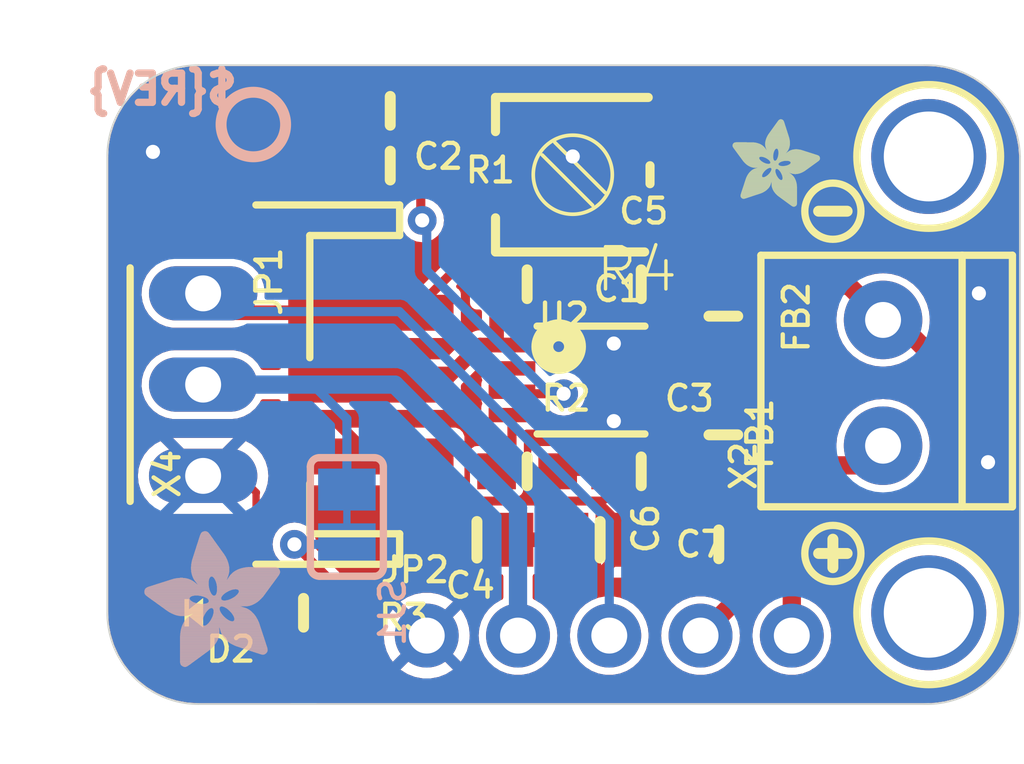
<source format=kicad_pcb>
(kicad_pcb (version 20221018) (generator pcbnew)
  (layers (0 "F.Cu" signal) (1 "In1.Cu" signal) (2 "In2.Cu" signal) (3 "In3.Cu" signal) (4 "In4.Cu" signal) (5 "In5.Cu" signal) (6 "In6.Cu" signal) (7 "In7.Cu" signal) (8 "In8.Cu" signal) (9 "In9.Cu" signal) (10 "In10.Cu" signal) (11 "In11.Cu" signal) (12 "In12.Cu" signal) (13 "In13.Cu" signal) (14 "In14.Cu" signal) (31 "B.Cu" signal) (34 "B.Paste" user) (35 "F.Paste" user) (36 "B.SilkS" user "B.Silkscreen") (37 "F.SilkS" user "F.Silkscreen") (38 "B.Mask" user) (39 "F.Mask" user) (44 "Edge.Cuts" user))
  (net 0 "")
  (net 1 "GND")
  (net 2 "SIGNAL")
  (net 3 "N$26")
  (net 4 "VIN")
  (net 5 "N$1")
  (net 6 "IN-")
  (net 7 "IN+")
  (net 8 "N$5")
  (net 9 "OUT-")
  (net 10 "OUT+")
  (net 11 "VO-")
  (net 12 "VO+")
  (net 13 "N$8")
  (net 14 "N$9")
  (footprint "working:RTRIM3314J" (layer "F.Cu") (at 148.7551 99.1616 90)
    (fp_text reference "R4" (at -2.64 2.99) (layer "F.SilkS") (effects (font (size 1.176528 1.176528) (thickness 0.093472)) (justify right)))
    (fp_text value "10K Trim")
    (pad "1" smd rect (at 1.2 2) (size 2 1.3) (layers "F.Cu" "F.Paste" "F.Mask") (net 1 "GND"))
    (pad "2" smd rect (at 0 -1.9 90) (size 2 2) (layers "F.Cu" "F.Paste" "F.Mask") (net 14 "N$9"))
    (pad "3" smd rect (at -1.2 2) (size 2 1.3) (layers "F.Cu" "F.Paste" "F.Mask") (net 2 "SIGNAL"))
  )
  (footprint "working:FIDUCIAL_1MM" (layer "F.Cu") (at 141.2621 113.1316)
    (fp_text reference "FID2" hide)
    (fp_text value "FIDUCIAL_1MM" hide)
    (pad "1" smd roundrect (at 0 0) (size 1 1) (layers "F.Cu" "F.Mask") (roundrect_rratio 0.5))
  )
  (footprint "working:0603-NO" (layer "F.Cu") (at 141.2621 111.3536)
    (fp_text reference "R3" (at 2.032 0.127) (layer "F.SilkS") (effects (font (size 0.692831 0.692831) (thickness 0.119969)) (justify left)))
    (fp_text value "10K")
    (pad "1" smd rect (at -0.85 0) (size 1.075 1) (layers "F.Cu" "F.Paste" "F.Mask") (net 3 "N$26"))
    (pad "2" smd rect (at 0.85 0) (size 1.075 1) (layers "F.Cu" "F.Paste" "F.Mask") (net 5 "N$1"))
  )
  (footprint "working:PLABEL1" (layer "F.Cu") (at 152.4381 101.4476 90)
    (fp_text reference "PLABEL1" hide)
    (fp_text value "" hide)
  )
  (footprint "working:0603-NO" (layer "F.Cu") (at 152.9461 106.4006 -90)
    (fp_text reference "FB1" (at -1.0795 -1.016 90) (layer "F.SilkS") (effects (font (size 0.692831 0.692831) (thickness 0.119969)) (justify right)))
    (fp_text value "Ferrite")
    (pad "1" smd rect (at -0.85 0 270) (size 1.075 1) (layers "F.Cu" "F.Paste" "F.Mask") (net 10 "OUT+"))
    (pad "2" smd rect (at 0.85 0 270) (size 1.075 1) (layers "F.Cu" "F.Paste" "F.Mask") (net 12 "VO+"))
  )
  (footprint "working:ADAFRUIT_2.5MM" (layer "F.Cu") (at 153.2001 100.0506)
    (fp_text reference "U$19" hide)
    (fp_text value "" hide)
  )
  (footprint "working:0603-NO" (layer "F.Cu") (at 152.8191 109.4486 180)
    (fp_text reference "C6" (at 2.032 -0.3175 90) (layer "F.SilkS") (effects (font (size 0.692831 0.692831) (thickness 0.119969)) (justify left)))
    (fp_text value "220pF")
    (pad "1" smd rect (at -0.85 0 180) (size 1.075 1) (layers "F.Cu" "F.Paste" "F.Mask") (net 12 "VO+"))
    (pad "2" smd rect (at 0.85 0 180) (size 1.075 1) (layers "F.Cu" "F.Paste" "F.Mask") (net 1 "GND"))
  )
  (footprint "working:JSTPH3" (layer "F.Cu") (at 140.4366 105.0036 90)
    (fp_text reference "X4" (at -3.2225 -2.9685 90) (layer "F.SilkS") (effects (font (size 0.692831 0.692831) (thickness 0.119969)) (justify left)))
    (fp_text value "JST PH 3")
    (pad "1" smd rect (at -2 2.7 90) (size 1 4.6) (layers "F.Cu" "F.Paste" "F.Mask") (net 1 "GND"))
    (pad "2" smd rect (at 0 2.7 90) (size 1 4.6) (layers "F.Cu" "F.Paste" "F.Mask") (net 4 "VIN"))
    (pad "3" smd rect (at 2 2.7 90) (size 1 4.6) (layers "F.Cu" "F.Paste" "F.Mask") (net 2 "SIGNAL"))
    (pad "NC1" smd rect (at -4.4 -2.5 180) (size 3.4 1.6) (layers "F.Cu" "F.Paste" "F.Mask"))
    (pad "NC2" smd rect (at 4.4 -2.5 180) (size 3.4 1.6) (layers "F.Cu" "F.Paste" "F.Mask"))
  )
  (footprint "working:MOUNTINGHOLE_2.5_PLATED" (layer "F.Cu") (at 158.6611 98.6536)
    (fp_text reference "U$8" hide)
    (fp_text value "MOUNTINGHOLE2.5" hide)
    (pad "P$1" thru_hole circle (at 0 0) (size 3.2 3.2) (drill 2.5) (layers "*.Cu" "*.Mask"))
    (zone (net 0) (net_name "") (layer "F.Cu") (connect_pads (clearance 0)) (min_thickness 0.25)
      (keepout (tracks not_allowed) (vias not_allowed) (pads not_allowed) (copperpour not_allowed) (footprints allowed))
      (fill (thermal_gap 0.5) (thermal_bridge_width 0.5))
      (polygon (pts (xy 160.6771 98.6536) (xy 160.65748 98.373027) (xy 160.599004 98.097915) (xy 160.502808 97.833619) (xy 160.370765 97.585283) (xy 160.205446 97.35774) (xy 160.010067 97.15542) (xy 159.788433 96.98226) (xy 159.544856 96.841631) (xy 159.284078 96.73627) (xy 159.011175 96.668228) (xy 158.731457 96.638828) (xy 158.450371 96.648644) (xy 158.173385 96.697484) (xy 157.905893 96.784397) (xy 157.6531 96.907693) (xy 157.419926 97.06497) (xy 157.210911 97.253169) (xy 157.030122 97.468625) (xy 156.881078 97.707145) (xy 156.76668 97.964087) (xy 156.689154 98.23445) (xy 156.650011 98.512971) (xy 156.650011 98.794229) (xy 156.689154 99.07275) (xy 156.76668 99.343113) (xy 156.881078 99.600055) (xy 157.030122 99.838575) (xy 157.210911 100.054031) (xy 157.419926 100.24223) (xy 157.6531 100.399507) (xy 157.905893 100.522803) (xy 158.173385 100.609716) (xy 158.450371 100.658556) (xy 158.731457 100.668372) (xy 159.011175 100.638972) (xy 159.284078 100.57093) (xy 159.544856 100.465569) (xy 159.788433 100.32494) (xy 160.010067 100.15178) (xy 160.205446 99.94946) (xy 160.370765 99.721917) (xy 160.502808 99.473581) (xy 160.599004 99.209285) (xy 160.65748 98.934173)))
      (polygon (pts (xy 158.6451 98.6536) (xy 158.649786 98.664914) (xy 158.6611 98.6696) (xy 158.672414 98.664914) (xy 158.6771 98.6536) (xy 158.672414 98.642286) (xy 158.6611 98.6376) (xy 158.649786 98.642286)))
    )
    (zone (net 0) (net_name "") (layer "B.Cu") (connect_pads (clearance 0)) (min_thickness 0.25)
      (keepout (tracks not_allowed) (vias not_allowed) (pads not_allowed) (copperpour not_allowed) (footprints allowed))
      (fill (thermal_gap 0.5) (thermal_bridge_width 0.5))
      (polygon (pts (xy 160.6771 98.6536) (xy 160.65748 98.373027) (xy 160.599004 98.097915) (xy 160.502808 97.833619) (xy 160.370765 97.585283) (xy 160.205446 97.35774) (xy 160.010067 97.15542) (xy 159.788433 96.98226) (xy 159.544856 96.841631) (xy 159.284078 96.73627) (xy 159.011175 96.668228) (xy 158.731457 96.638828) (xy 158.450371 96.648644) (xy 158.173385 96.697484) (xy 157.905893 96.784397) (xy 157.6531 96.907693) (xy 157.419926 97.06497) (xy 157.210911 97.253169) (xy 157.030122 97.468625) (xy 156.881078 97.707145) (xy 156.76668 97.964087) (xy 156.689154 98.23445) (xy 156.650011 98.512971) (xy 156.650011 98.794229) (xy 156.689154 99.07275) (xy 156.76668 99.343113) (xy 156.881078 99.600055) (xy 157.030122 99.838575) (xy 157.210911 100.054031) (xy 157.419926 100.24223) (xy 157.6531 100.399507) (xy 157.905893 100.522803) (xy 158.173385 100.609716) (xy 158.450371 100.658556) (xy 158.731457 100.668372) (xy 159.011175 100.638972) (xy 159.284078 100.57093) (xy 159.544856 100.465569) (xy 159.788433 100.32494) (xy 160.010067 100.15178) (xy 160.205446 99.94946) (xy 160.370765 99.721917) (xy 160.502808 99.473581) (xy 160.599004 99.209285) (xy 160.65748 98.934173)))
      (polygon (pts (xy 158.6451 98.6536) (xy 158.649786 98.664914) (xy 158.6611 98.6696) (xy 158.672414 98.664914) (xy 158.6771 98.6536) (xy 158.672414 98.642286) (xy 158.6611 98.6376) (xy 158.649786 98.642286)))
    )
  )
  (footprint "working:0603-NO" (layer "F.Cu") (at 147.4851 102.2096)
    (fp_text reference "C1" (at 1.778 0.127) (layer "F.SilkS") (effects (font (size 0.692831 0.692831) (thickness 0.119969)) (justify left)))
    (fp_text value "0.1uF")
    (pad "1" smd rect (at -0.85 0) (size 1.075 1) (layers "F.Cu" "F.Paste" "F.Mask") (net 4 "VIN"))
    (pad "2" smd rect (at 0.85 0) (size 1.075 1) (layers "F.Cu" "F.Paste" "F.Mask") (net 1 "GND"))
  )
  (footprint "working:0603-NO" (layer "F.Cu") (at 143.6751 97.3836)
    (fp_text reference "C2" (at 2.0955 1.27) (layer "F.SilkS") (effects (font (size 0.692831 0.692831) (thickness 0.119969)) (justify right)))
    (fp_text value "0.1uF")
    (pad "1" smd rect (at -0.85 0) (size 1.075 1) (layers "F.Cu" "F.Paste" "F.Mask") (net 13 "N$8"))
    (pad "2" smd rect (at 0.85 0) (size 1.075 1) (layers "F.Cu" "F.Paste" "F.Mask") (net 14 "N$9"))
  )
  (footprint "working:TERMBLOCK_1X2-3.5MM" (layer "F.Cu") (at 157.3911 105.0036 90)
    (fp_text reference "X2" (at -3 -3.89 90) (layer "F.SilkS") (effects (font (size 0.692831 0.692831) (thickness 0.119969)) (justify left)))
    (fp_text value "3.5mm")
    (pad "1" thru_hole circle (at 1.8 0 90) (size 2.1844 2.1844) (drill 1) (layers "*.Cu" "*.Mask") (net 11 "VO-"))
    (pad "2" thru_hole circle (at -1.7 0 90) (size 2.1844 2.1844) (drill 1) (layers "*.Cu" "*.Mask") (net 12 "VO+"))
  )
  (footprint "working:0805-NO" (layer "F.Cu") (at 146.0881 109.3216 180)
    (fp_text reference "C4" (at -0.5715 -1.27) (layer "F.SilkS") (effects (font (size 0.692831 0.692831) (thickness 0.119969)) (justify right)))
    (fp_text value "10uF")
    (pad "1" smd rect (at -0.95 0 180) (size 1.24 1.5) (layers "F.Cu" "F.Paste" "F.Mask") (net 4 "VIN"))
    (pad "2" smd rect (at 0.95 0 180) (size 1.24 1.5) (layers "F.Cu" "F.Paste" "F.Mask") (net 1 "GND"))
  )
  (footprint "working:MOUNTINGHOLE_2.5_PLATED" (layer "F.Cu") (at 158.6611 111.3536)
    (fp_text reference "U$1" hide)
    (fp_text value "MOUNTINGHOLE2.5" hide)
    (pad "P$1" thru_hole circle (at 0 0) (size 3.2 3.2) (drill 2.5) (layers "*.Cu" "*.Mask"))
    (zone (net 0) (net_name "") (layer "F.Cu") (connect_pads (clearance 0)) (min_thickness 0.25)
      (keepout (tracks not_allowed) (vias not_allowed) (pads not_allowed) (copperpour not_allowed) (footprints allowed))
      (fill (thermal_gap 0.5) (thermal_bridge_width 0.5))
      (polygon (pts (xy 160.6771 111.3536) (xy 160.65748 111.073027) (xy 160.599004 110.797915) (xy 160.502808 110.533619) (xy 160.370765 110.285283) (xy 160.205446 110.05774) (xy 160.010067 109.85542) (xy 159.788433 109.68226) (xy 159.544856 109.541631) (xy 159.284078 109.43627) (xy 159.011175 109.368228) (xy 158.731457 109.338828) (xy 158.450371 109.348644) (xy 158.173385 109.397484) (xy 157.905893 109.484397) (xy 157.6531 109.607693) (xy 157.419926 109.76497) (xy 157.210911 109.953169) (xy 157.030122 110.168625) (xy 156.881078 110.407145) (xy 156.76668 110.664087) (xy 156.689154 110.93445) (xy 156.650011 111.212971) (xy 156.650011 111.494229) (xy 156.689154 111.77275) (xy 156.76668 112.043113) (xy 156.881078 112.300055) (xy 157.030122 112.538575) (xy 157.210911 112.754031) (xy 157.419926 112.94223) (xy 157.6531 113.099507) (xy 157.905893 113.222803) (xy 158.173385 113.309716) (xy 158.450371 113.358556) (xy 158.731457 113.368372) (xy 159.011175 113.338972) (xy 159.284078 113.27093) (xy 159.544856 113.165569) (xy 159.788433 113.02494) (xy 160.010067 112.85178) (xy 160.205446 112.64946) (xy 160.370765 112.421917) (xy 160.502808 112.173581) (xy 160.599004 111.909285) (xy 160.65748 111.634173)))
      (polygon (pts (xy 158.6451 111.3536) (xy 158.649786 111.364914) (xy 158.6611 111.3696) (xy 158.672414 111.364914) (xy 158.6771 111.3536) (xy 158.672414 111.342286) (xy 158.6611 111.3376) (xy 158.649786 111.342286)))
    )
    (zone (net 0) (net_name "") (layer "B.Cu") (connect_pads (clearance 0)) (min_thickness 0.25)
      (keepout (tracks not_allowed) (vias not_allowed) (pads not_allowed) (copperpour not_allowed) (footprints allowed))
      (fill (thermal_gap 0.5) (thermal_bridge_width 0.5))
      (polygon (pts (xy 160.6771 111.3536) (xy 160.65748 111.073027) (xy 160.599004 110.797915) (xy 160.502808 110.533619) (xy 160.370765 110.285283) (xy 160.205446 110.05774) (xy 160.010067 109.85542) (xy 159.788433 109.68226) (xy 159.544856 109.541631) (xy 159.284078 109.43627) (xy 159.011175 109.368228) (xy 158.731457 109.338828) (xy 158.450371 109.348644) (xy 158.173385 109.397484) (xy 157.905893 109.484397) (xy 157.6531 109.607693) (xy 157.419926 109.76497) (xy 157.210911 109.953169) (xy 157.030122 110.168625) (xy 156.881078 110.407145) (xy 156.76668 110.664087) (xy 156.689154 110.93445) (xy 156.650011 111.212971) (xy 156.650011 111.494229) (xy 156.689154 111.77275) (xy 156.76668 112.043113) (xy 156.881078 112.300055) (xy 157.030122 112.538575) (xy 157.210911 112.754031) (xy 157.419926 112.94223) (xy 157.6531 113.099507) (xy 157.905893 113.222803) (xy 158.173385 113.309716) (xy 158.450371 113.358556) (xy 158.731457 113.368372) (xy 159.011175 113.338972) (xy 159.284078 113.27093) (xy 159.544856 113.165569) (xy 159.788433 113.02494) (xy 160.010067 112.85178) (xy 160.205446 112.64946) (xy 160.370765 112.421917) (xy 160.502808 112.173581) (xy 160.599004 111.909285) (xy 160.65748 111.634173)))
      (polygon (pts (xy 158.6451 111.3536) (xy 158.649786 111.364914) (xy 158.6611 111.3696) (xy 158.672414 111.364914) (xy 158.6771 111.3536) (xy 158.672414 111.342286) (xy 158.6611 111.3376) (xy 158.649786 111.342286)))
    )
  )
  (footprint "working:0603-NO" (layer "F.Cu") (at 143.6751 98.9076)
    (fp_text reference "R1" (at 2.032 0.127) (layer "F.SilkS") (effects (font (size 0.692831 0.692831) (thickness 0.119969)) (justify left)))
    (fp_text value "30K")
    (pad "1" smd rect (at -0.85 0) (size 1.075 1) (layers "F.Cu" "F.Paste" "F.Mask") (net 13 "N$8"))
    (pad "2" smd rect (at 0.85 0) (size 1.075 1) (layers "F.Cu" "F.Paste" "F.Mask") (net 7 "IN+"))
  )
  (footprint "working:SYMBOL_MINUS" (layer "F.Cu") (at 155.9941 100.1776)
    (fp_text reference "U$9" hide)
    (fp_text value "" hide)
  )
  (footprint "working:0805-NO" (layer "F.Cu") (at 149.5171 109.3216)
    (fp_text reference "C7" (at 2.032 0.127) (layer "F.SilkS") (effects (font (size 0.692831 0.692831) (thickness 0.119969)) (justify left)))
    (fp_text value "10uF")
    (pad "1" smd rect (at -0.95 0) (size 1.24 1.5) (layers "F.Cu" "F.Paste" "F.Mask") (net 4 "VIN"))
    (pad "2" smd rect (at 0.95 0) (size 1.24 1.5) (layers "F.Cu" "F.Paste" "F.Mask") (net 1 "GND"))
  )
  (footprint "working:PLABEL2" (layer "F.Cu") (at 137.8331 98.0186)
    (fp_text reference "PLABEL2" hide)
    (fp_text value "" hide)
  )
  (footprint "working:1X03_OVAL" (layer "F.Cu") (at 138.4681 105.0036 -90)
    (fp_text reference "JP1" (at -3.8862 -1.8288 90) (layer "F.SilkS") (effects (font (size 0.692831 0.692831) (thickness 0.119969)) (justify right)))
    (fp_text value "0.1\" Header")
    (pad "1" thru_hole oval (at -2.54 0) (size 3.016 1.508) (drill 1) (layers "*.Cu" "*.Mask") (net 2 "SIGNAL"))
    (pad "2" thru_hole oval (at 0 0) (size 3.016 1.508) (drill 1) (layers "*.Cu" "*.Mask") (net 4 "VIN"))
    (pad "3" thru_hole oval (at 2.54 0) (size 3.016 1.508) (drill 1) (layers "*.Cu" "*.Mask") (net 1 "GND"))
  )
  (footprint "working:MSOP8_0.65MM" (layer "F.Cu") (at 149.2631 104.8766 -90)
    (fp_text reference "U2" (at -1.778 1.524) (layer "F.SilkS") (effects (font (size 0.692831 0.692831) (thickness 0.119969)) (justify left)))
    (fp_text value "PAM8302")
    (pad "1" smd rect (at -0.975 2.2) (size 1.3 0.4) (layers "F.Cu" "F.Paste" "F.Mask") (net 4 "VIN"))
    (pad "2" smd rect (at -0.325 2.2) (size 1.3 0.4) (layers "F.Cu" "F.Paste" "F.Mask"))
    (pad "3" smd rect (at 0.325 2.2) (size 1.3 0.4) (layers "F.Cu" "F.Paste" "F.Mask") (net 7 "IN+"))
    (pad "4" smd rect (at 0.975 2.2) (size 1.3 0.4) (layers "F.Cu" "F.Paste" "F.Mask") (net 6 "IN-"))
    (pad "5" smd rect (at 0.975 -2.2) (size 1.3 0.4) (layers "F.Cu" "F.Paste" "F.Mask") (net 10 "OUT+"))
    (pad "6" smd rect (at 0.325 -2.2) (size 1.3 0.4) (layers "F.Cu" "F.Paste" "F.Mask") (net 4 "VIN"))
    (pad "7" smd rect (at -0.325 -2.2) (size 1.3 0.4) (layers "F.Cu" "F.Paste" "F.Mask") (net 1 "GND"))
    (pad "8" smd rect (at -0.975 -2.2) (size 1.3 0.4) (layers "F.Cu" "F.Paste" "F.Mask") (net 9 "OUT-"))
  )
  (footprint "working:0603-NO" (layer "F.Cu") (at 150.6601 102.2096 180)
    (fp_text reference "C5" (at -0.8255 2.032) (layer "F.SilkS") (effects (font (size 0.692831 0.692831) (thickness 0.119969)) (justify right)))
    (fp_text value "220pF")
    (pad "1" smd rect (at -0.85 0 180) (size 1.075 1) (layers "F.Cu" "F.Paste" "F.Mask") (net 11 "VO-"))
    (pad "2" smd rect (at 0.85 0 180) (size 1.075 1) (layers "F.Cu" "F.Paste" "F.Mask") (net 1 "GND"))
  )
  (footprint "working:SYMBOL_PLUS" (layer "F.Cu") (at 155.9941 109.7026)
    (fp_text reference "U$3" hide)
    (fp_text value "" hide)
  )
  (footprint "working:0603-NO" (layer "F.Cu") (at 152.9461 103.0986 90)
    (fp_text reference "FB2" (at -1.0795 2.032 90) (layer "F.SilkS") (effects (font (size 0.692831 0.692831) (thickness 0.119969)) (justify left)))
    (fp_text value "Ferrite")
    (pad "1" smd rect (at -0.85 0 90) (size 1.075 1) (layers "F.Cu" "F.Paste" "F.Mask") (net 9 "OUT-"))
    (pad "2" smd rect (at 0.85 0 90) (size 1.075 1) (layers "F.Cu" "F.Paste" "F.Mask") (net 11 "VO-"))
  )
  (footprint "working:PLABEL0" (layer "F.Cu") (at 137.1981 113.1316)
    (fp_text reference "PLABEL0" hide)
    (fp_text value "" hide)
  )
  (footprint "working:FIDUCIAL_1MM" (layer "F.Cu") (at 155.8036 97.3201)
    (fp_text reference "FID3" hide)
    (fp_text value "FIDUCIAL_1MM" hide)
    (pad "1" smd roundrect (at 0 0) (size 1 1) (layers "F.Cu" "F.Mask") (roundrect_rratio 0.5))
  )
  (footprint "working:0603-NO" (layer "F.Cu") (at 150.6601 107.4166)
    (fp_text reference "C3" (at 2.0955 -2.032) (layer "F.SilkS") (effects (font (size 0.692831 0.692831) (thickness 0.119969)) (justify right)))
    (fp_text value "0.1uF")
    (pad "1" smd rect (at -0.85 0) (size 1.075 1) (layers "F.Cu" "F.Paste" "F.Mask") (net 8 "N$5"))
    (pad "2" smd rect (at 0.85 0) (size 1.075 1) (layers "F.Cu" "F.Paste" "F.Mask") (net 1 "GND"))
  )
  (footprint "working:0603-NO" (layer "F.Cu") (at 147.4851 107.4166 180)
    (fp_text reference "R2" (at -1.8415 2.032) (layer "F.SilkS") (effects (font (size 0.692831 0.692831) (thickness 0.119969)) (justify right)))
    (fp_text value "30K")
    (pad "1" smd rect (at -0.85 0 180) (size 1.075 1) (layers "F.Cu" "F.Paste" "F.Mask") (net 8 "N$5"))
    (pad "2" smd rect (at 0.85 0 180) (size 1.075 1) (layers "F.Cu" "F.Paste" "F.Mask") (net 6 "IN-"))
  )
  (footprint "working:CHIPLED_0603_NOOUTLINE" (layer "F.Cu") (at 138.2141 111.3536 90)
    (fp_text reference "D2" (at -1.016 1.778) (layer "F.SilkS") (effects (font (size 0.692831 0.692831) (thickness 0.119969)) (justify right)))
    (fp_text value "GREEN")
    (pad "A" smd rect (at 0 0.75 90) (size 0.8 0.8) (layers "F.Cu" "F.Paste" "F.Mask") (net 3 "N$26"))
    (pad "C" smd rect (at 0 -0.75 90) (size 0.8 0.8) (layers "F.Cu" "F.Paste" "F.Mask") (net 1 "GND"))
  )
  (footprint "working:1X05_ROUND_70" (layer "F.Cu") (at 149.7711 111.9886)
    (fp_text reference "JP2" (at -6.4262 -1.8288) (layer "F.SilkS") (effects (font (size 0.692831 0.692831) (thickness 0.119969)) (justify left)))
    (fp_text value "")
    (pad "1" thru_hole circle (at -5.08 0 90) (size 1.778 1.778) (drill 1) (layers "*.Cu" "*.Mask") (net 1 "GND"))
    (pad "2" thru_hole circle (at -2.54 0 90) (size 1.778 1.778) (drill 1) (layers "*.Cu" "*.Mask") (net 4 "VIN"))
    (pad "3" thru_hole circle (at 0 0 90) (size 1.778 1.778) (drill 1) (layers "*.Cu" "*.Mask") (net 2 "SIGNAL"))
    (pad "4" thru_hole circle (at 2.54 0 90) (size 1.778 1.778) (drill 1) (layers "*.Cu" "*.Mask") (net 12 "VO+"))
    (pad "5" thru_hole circle (at 5.08 0 90) (size 1.778 1.778) (drill 1) (layers "*.Cu" "*.Mask") (net 11 "VO-"))
  )
  (footprint "working:PLABEL6" (layer "B.Cu") (at 159.4231 105.0036 90)
    (fp_text reference "PLABEL6" hide)
    (fp_text value "" hide)
  )
  (footprint "working:PLABEL7" (layer "B.Cu") (at 144.6911 110.8456 90)
    (fp_text reference "PLABEL7" hide)
    (fp_text value "" hide)
  )
  (footprint "working:PLABEL10" (layer "B.Cu") (at 152.3111 110.8456 90)
    (fp_text reference "PLABEL10" hide)
    (fp_text value "" hide)
  )
  (footprint "working:PLABEL8" (layer "B.Cu") (at 147.2311 110.8456 90)
    (fp_text reference "PLABEL8" hide)
    (fp_text value "" hide)
  )
  (footprint "working:PLABEL12" (layer "B.Cu") (at 143.8021 106.2736 180)
    (fp_text reference "PLABEL12" hide)
    (fp_text value "" hide)
  )
  (footprint "working:PLABEL3" (layer "B.Cu") (at 148.6281 98.0186 180)
    (fp_text reference "PLABEL3" hide)
    (fp_text value "" hide)
  )
  (footprint "working:PCBFEAT-REV-040" (layer "B.Cu") (at 139.8651 97.7646)
    (fp_text reference "U$5" hide)
    (fp_text value "" hide)
    (fp_text user "${REV}" (at -0.3556 -0.508 180) (layer "B.SilkS") (effects (font (size 0.8128 0.8128) (thickness 0.2032)) (justify left bottom mirror)))
  )
  (footprint "working:PLABEL11" (layer "B.Cu") (at 154.8511 110.8456 90)
    (fp_text reference "PLABEL11" hide)
    (fp_text value "" hide)
  )
  (footprint "working:SOLDERJUMPER_CLOSEDWIRE" (layer "B.Cu") (at 142.4686 108.6866 90)
    (fp_text reference "SJ1" (at -1.651 1.27 90) (layer "B.SilkS") (effects (font (size 0.692831 0.692831) (thickness 0.119969)) (justify left mirror)))
    (fp_text value "")
    (pad "1" smd rect (at -0.762 0 90) (size 1.1684 1.6002) (layers "B.Cu") (net 5 "N$1"))
    (pad "2" smd rect (at 0.762 0 90) (size 1.1684 1.6002) (layers "B.Cu") (net 4 "VIN"))
    (pad "WIRE" smd rect (at 0 0 270) (size 0.635 0.2032) (layers "B.Cu"))
  )
  (footprint "working:ADAFRUIT_3.5MM" (layer "B.Cu") (at 140.6271 112.8776 180)
    (fp_text reference "U$12" hide)
    (fp_text value "" hide)
  )
  (footprint "working:PLABEL9" (layer "B.Cu") (at 149.7711 110.8456 90)
    (fp_text reference "PLABEL9" hide)
    (fp_text value "" hide)
  )
  (footprint "working:PLABEL5" (layer "B.Cu") (at 148.1201 103.4796 180)
    (fp_text reference "PLABEL5" hide)
    (fp_text value "" hide)
  )
  (footprint "working:PLABEL4" (layer "B.Cu") (at 147.4851 100.4316 180)
    (fp_text reference "PLABEL4" hide)
    (fp_text value "" hide)
  )
  (gr_arc (start 138.3411 113.8936) (mid 136.545049 113.149651) (end 135.8011 111.3536) (stroke (width 0.05)) (layer "Edge.Cuts"))
  (gr_arc (start 158.5341 96.1136) (mid 160.393651 96.831246) (end 161.2011 98.6536) (stroke (width 0.05)) (layer "Edge.Cuts"))
  (gr_line (start 161.2011 111.3536) (end 161.2011 98.6536) (stroke (width 0.05)) (layer "Edge.Cuts"))
  (gr_line (start 158.5341 96.1136) (end 138.3411 96.1136) (stroke (width 0.05)) (layer "Edge.Cuts"))
  (gr_line (start 135.8011 98.6536) (end 135.8011 111.3536) (stroke (width 0.05)) (layer "Edge.Cuts"))
  (gr_arc (start 161.2011 111.3536) (mid 160.393651 113.175954) (end 158.5341 113.8936) (stroke (width 0.05)) (layer "Edge.Cuts"))
  (gr_arc (start 135.8011 98.6536) (mid 136.545049 96.857549) (end 138.3411 96.1136) (stroke (width 0.05)) (layer "Edge.Cuts"))
  (gr_line (start 138.3411 113.8936) (end 158.5341 113.8936) (stroke (width 0.05)) (layer "Edge.Cuts"))
  (segment (start 139.9414 108.0191) (end 139.9505 108.01) (width 0.2032) (layer "F.Cu") (net 1))
  (segment (start 139.76285 110.5084) (end 139.9414 110.32985) (width 0.2032) (layer "F.Cu") (net 1))
  (segment (start 139.4841 107.5436) (end 138.4681 107.5436) (width 0.2032) (layer "F.Cu") (net 1))
  (segment (start 137.4641 110.5204) (end 137.4521 110.5084) (width 0.2032) (layer "F.Cu") (net 1))
  (segment (start 139.9505 108.01) (end 139.4841 107.5436) (width 0.2032) (layer "F.Cu") (net 1))
  (segment (start 137.4641 111.3536) (end 137.4641 110.5204) (width 0.2032) (layer "F.Cu") (net 1))
  (segment (start 137.4521 110.5084) (end 139.76285 110.5084) (width 0.2032) (layer "F.Cu") (net 1))
  (segment (start 139.9414 110.32985) (end 139.9414 108.0191) (width 0.2032) (layer "F.Cu") (net 1))
  (via (at 148.7551 98.6536) (size 0.8001) (drill 0.3937) (layers "F.Cu" "B.Cu") (net 1))
  (via (at 137.0711 98.5266) (size 0.8001) (drill 0.3937) (layers "F.Cu" "B.Cu") (net 1))
  (via (at 149.8981 106.0196) (size 0.8001) (drill 0.3937) (layers "F.Cu" "B.Cu") (net 1))
  (via (at 160.3121 107.1626) (size 0.8001) (drill 0.3937) (layers "F.Cu" "B.Cu") (net 1))
  (via (at 160.0581 102.4636) (size 0.8001) (drill 0.3937) (layers "F.Cu" "B.Cu") (net 1))
  (via (at 149.8981 103.8606) (size 0.8001) (drill 0.3937) (layers "F.Cu" "B.Cu") (net 1))
  (segment (start 146.5976 100.6856) (end 150.4311 100.6856) (width 0.254) (layer "F.Cu") (net 2))
  (segment (start 143.1366 103.0036) (end 139.0081 103.0036) (width 0.4064) (layer "F.Cu") (net 2))
  (segment (start 143.1366 103.0036) (end 144.2796 103.0036) (width 0.254) (layer "F.Cu") (net 2))
  (segment (start 150.4311 100.6856) (end 150.7551 100.3616) (width 0.254) (layer "F.Cu") (net 2))
  (segment (start 146.5976 100.6856) (end 144.2796 103.0036) (width 0.254) (layer "F.Cu") (net 2))
  (segment (start 139.0081 103.0036) (end 138.4681 102.4636) (width 0.4064) (layer "F.Cu") (net 2))
  (segment (start 143.9291 102.9716) (end 138.9761 102.9716) (width 0.254) (layer "B.Cu") (net 2))
  (segment (start 149.7711 111.9886) (end 149.7711 108.8136) (width 0.254) (layer "B.Cu") (net 2))
  (segment (start 149.7711 108.8136) (end 143.9291 102.9716) (width 0.254) (layer "B.Cu") (net 2))
  (segment (start 138.9761 102.9716) (end 138.4681 102.4636) (width 0.254) (layer "B.Cu") (net 2))
  (segment (start 138.9641 111.3536) (end 140.4121 111.3536) (width 0.254) (layer "F.Cu") (net 3))
  (segment (start 147.0631 103.9016) (end 146.7231 103.9016) (width 0.4064) (layer "F.Cu") (net 4))
  (segment (start 147.0381 109.3216) (end 147.2311 109.5146) (width 0.4064) (layer "F.Cu") (net 4))
  (segment (start 146.1741 103.9016) (end 145.0721 105.0036) (width 0.4064) (layer "F.Cu") (net 4))
  (segment (start 149.9691 105.2016) (end 148.6691 103.9016) (width 0.4064) (layer "F.Cu") (net 4))
  (segment (start 145.0721 105.0036) (end 143.1366 105.0036) (width 0.4064) (layer "F.Cu") (net 4))
  (segment (start 148.5671 109.3216) (end 147.0381 109.3216) (width 0.4064) (layer "F.Cu") (net 4))
  (segment (start 146.6351 103.8136) (end 146.7231 103.9016) (width 0.4064) (layer "F.Cu") (net 4))
  (segment (start 146.6351 102.2096) (end 146.6351 103.8136) (width 0.4064) (layer "F.Cu") (net 4))
  (segment (start 146.7231 103.9016) (end 146.1741 103.9016) (width 0.4064) (layer "F.Cu") (net 4))
  (segment (start 147.2311 109.5146) (end 147.2311 111.9886) (width 0.4064) (layer "F.Cu") (net 4))
  (segment (start 151.4631 105.2016) (end 149.9691 105.2016) (width 0.4064) (layer "F.Cu") (net 4))
  (segment (start 143.1366 105.0036) (end 138.4681 105.0036) (width 0.4064) (layer "F.Cu") (net 4))
  (segment (start 148.6691 103.9016) (end 147.0631 103.9016) (width 0.4064) (layer "F.Cu") (net 4))
  (segment (start 142.4686 107.9246) (end 142.4686 105.9561) (width 0.254) (layer "B.Cu") (net 4))
  (segment (start 147.2311 111.9886) (end 147.2311 108.4326) (width 0.508) (layer "B.Cu") (net 4))
  (segment (start 142.4686 105.9561) (end 141.5161 105.0036) (width 0.254) (layer "B.Cu") (net 4))
  (segment (start 143.8021 105.0036) (end 138.4681 105.0036) (width 0.508) (layer "B.Cu") (net 4))
  (segment (start 147.2311 108.4326) (end 143.8021 105.0036) (width 0.508) (layer "B.Cu") (net 4))
  (segment (start 141.5161 105.0036) (end 138.4681 105.0036) (width 0.254) (layer "B.Cu") (net 4))
  (segment (start 142.1121 111.3536) (end 142.1121 110.5526) (width 0.254) (layer "F.Cu") (net 5))
  (segment (start 142.1121 110.5526) (end 141.0081 109.4486) (width 0.254) (layer "F.Cu") (net 5))
  (via (at 141.0081 109.4486) (size 0.8001) (drill 0.3937) (layers "F.Cu" "B.Cu") (net 5))
  (segment (start 141.0081 109.4486) (end 142.4686 109.4486) (width 0.254) (layer "B.Cu") (net 5))
  (segment (start 147.0631 106.9886) (end 146.6351 107.4166) (width 0.254) (layer "F.Cu") (net 6))
  (segment (start 147.0631 105.8516) (end 147.0631 106.9886) (width 0.254) (layer "F.Cu") (net 6))
  (segment (start 147.1191 105.2576) (end 147.0631 105.2016) (width 0.254) (layer "F.Cu") (net 7))
  (segment (start 144.5251 100.3926) (end 144.5641 100.4316) (width 0.254) (layer "F.Cu") (net 7))
  (segment (start 144.5251 98.9076) (end 144.5251 100.3926) (width 0.254) (layer "F.Cu") (net 7))
  (segment (start 148.5011 105.2576) (end 147.1191 105.2576) (width 0.254) (layer "F.Cu") (net 7))
  (via (at 144.5641 100.4316) (size 0.8001) (drill 0.3937) (layers "F.Cu" "B.Cu") (net 7))
  (via (at 148.5011 105.2576) (size 0.8001) (drill 0.3937) (layers "F.Cu" "B.Cu") (net 7))
  (segment (start 144.6911 101.8286) (end 148.2471 105.3846) (width 0.254) (layer "B.Cu") (net 7))
  (segment (start 144.6911 100.5586) (end 144.6911 101.8286) (width 0.254) (layer "B.Cu") (net 7))
  (segment (start 144.5641 100.4316) (end 144.6911 100.5586) (width 0.254) (layer "B.Cu") (net 7))
  (segment (start 148.3741 105.3846) (end 148.5011 105.2576) (width 0.254) (layer "B.Cu") (net 7))
  (segment (start 148.2471 105.3846) (end 148.3741 105.3846) (width 0.254) (layer "B.Cu") (net 7))
  (segment (start 148.3351 107.4166) (end 149.8101 107.4166) (width 0.254) (layer "F.Cu") (net 8))
  (segment (start 151.4631 103.9016) (end 152.8991 103.9016) (width 0.4064) (layer "F.Cu") (net 9))
  (segment (start 152.8991 103.9016) (end 152.9461 103.9486) (width 0.508) (layer "F.Cu") (net 9))
  (segment (start 152.6451 105.8516) (end 152.9461 105.5506) (width 0.508) (layer "F.Cu") (net 10))
  (segment (start 151.4631 105.8516) (end 152.6451 105.8516) (width 0.4064) (layer "F.Cu") (net 10))
  (segment (start 151.5491 102.2486) (end 151.5101 102.2096) (width 0.508) (layer "F.Cu") (net 11))
  (segment (start 154.8511 110.2106) (end 154.8511 111.9886) (width 0.508) (layer "F.Cu") (net 11))
  (segment (start 157.3911 103.2036) (end 157.7501 103.2036) (width 0.508) (layer "F.Cu") (net 11))
  (segment (start 158.2801 108.4326) (end 156.6291 108.4326) (width 0.508) (layer "F.Cu") (net 11))
  (segment (start 157.7501 103.2036) (end 159.2961 104.7496) (width 0.508) (layer "F.Cu") (net 11))
  (segment (start 152.9461 102.2486) (end 156.4361 102.2486) (width 0.508) (layer "F.Cu") (net 11))
  (segment (start 156.6291 108.4326) (end 154.8511 110.2106) (width 0.508) (layer "F.Cu") (net 11))
  (segment (start 156.4361 102.2486) (end 157.3911 103.2036) (width 0.508) (layer "F.Cu") (net 11))
  (segment (start 152.9461 102.2486) (end 151.5491 102.2486) (width 0.508) (layer "F.Cu") (net 11))
  (segment (start 159.2961 104.7496) (end 159.2961 107.4166) (width 0.508) (layer "F.Cu") (net 11))
  (segment (start 159.2961 107.4166) (end 158.2801 108.4326) (width 0.508) (layer "F.Cu") (net 11))
  (segment (start 156.8441 107.2506) (end 157.3911 106.7036) (width 0.508) (layer "F.Cu") (net 12))
  (segment (start 152.9461 107.2506) (end 153.6691 107.9736) (width 0.508) (layer "F.Cu") (net 12))
  (segment (start 152.3111 111.9886) (end 153.6691 110.6306) (width 0.508) (layer "F.Cu") (net 12))
  (segment (start 152.9461 107.2506) (end 156.8441 107.2506) (width 0.508) (layer "F.Cu") (net 12))
  (segment (start 153.6691 107.9736) (end 153.6691 109.4486) (width 0.508) (layer "F.Cu") (net 12))
  (segment (start 153.6691 110.6306) (end 153.6691 109.4486) (width 0.508) (layer "F.Cu") (net 12))
  (segment (start 142.8251 97.3836) (end 142.8251 98.9076) (width 0.254) (layer "F.Cu") (net 13))
  (segment (start 145.0771 97.3836) (end 144.5251 97.3836) (width 0.254) (layer "F.Cu") (net 14))
  (segment (start 146.8551 99.1616) (end 145.0771 97.3836) (width 0.254) (layer "F.Cu") (net 14))
  (zone (net 1) (net_name "GND") (layer "F.Cu") (priority 6) (connect_pads (clearance 0.000001)) (min_thickness 0.127) (fill yes (thermal_gap 0.304) (thermal_bridge_width 0.304))
    (polygon (pts (xy 161.3281 114.0206) (xy 135.6741 114.0206) (xy 135.6741 95.9866) (xy 161.3281 95.9866)))
  )
  (zone (net 1) (net_name "GND") (layer "B.Cu") (priority 6) (connect_pads (clearance 0.000001)) (min_thickness 0.127) (fill yes (thermal_gap 0.304) (thermal_bridge_width 0.304))
    (polygon (pts (xy 161.3281 114.0206) (xy 135.6741 114.0206) (xy 135.6741 95.9866) (xy 161.3281 95.9866)))
  )
)
</source>
